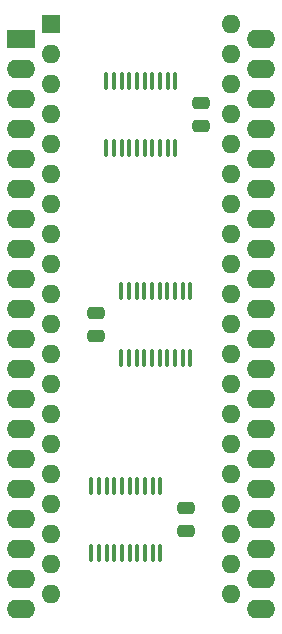
<source format=gbs>
G04 #@! TF.GenerationSoftware,KiCad,Pcbnew,(6.0.9)*
G04 #@! TF.CreationDate,2024-11-23T18:31:41+01:00*
G04 #@! TF.ProjectId,Sombrero_MSX_Goa'uld,536f6d62-7265-4726-9f5f-4d53585f476f,rev?*
G04 #@! TF.SameCoordinates,Original*
G04 #@! TF.FileFunction,Soldermask,Bot*
G04 #@! TF.FilePolarity,Negative*
%FSLAX46Y46*%
G04 Gerber Fmt 4.6, Leading zero omitted, Abs format (unit mm)*
G04 Created by KiCad (PCBNEW (6.0.9)) date 2024-11-23 18:31:41*
%MOMM*%
%LPD*%
G01*
G04 APERTURE LIST*
G04 Aperture macros list*
%AMRoundRect*
0 Rectangle with rounded corners*
0 $1 Rounding radius*
0 $2 $3 $4 $5 $6 $7 $8 $9 X,Y pos of 4 corners*
0 Add a 4 corners polygon primitive as box body*
4,1,4,$2,$3,$4,$5,$6,$7,$8,$9,$2,$3,0*
0 Add four circle primitives for the rounded corners*
1,1,$1+$1,$2,$3*
1,1,$1+$1,$4,$5*
1,1,$1+$1,$6,$7*
1,1,$1+$1,$8,$9*
0 Add four rect primitives between the rounded corners*
20,1,$1+$1,$2,$3,$4,$5,0*
20,1,$1+$1,$4,$5,$6,$7,0*
20,1,$1+$1,$6,$7,$8,$9,0*
20,1,$1+$1,$8,$9,$2,$3,0*%
G04 Aperture macros list end*
%ADD10R,2.400000X1.600000*%
%ADD11O,2.400000X1.600000*%
%ADD12R,1.600000X1.600000*%
%ADD13O,1.600000X1.600000*%
%ADD14RoundRect,0.100000X-0.100000X0.637500X-0.100000X-0.637500X0.100000X-0.637500X0.100000X0.637500X0*%
%ADD15RoundRect,0.250000X-0.475000X0.250000X-0.475000X-0.250000X0.475000X-0.250000X0.475000X0.250000X0*%
%ADD16RoundRect,0.100000X0.100000X-0.637500X0.100000X0.637500X-0.100000X0.637500X-0.100000X-0.637500X0*%
G04 APERTURE END LIST*
D10*
X137160000Y-77470000D03*
D11*
X137160000Y-80010000D03*
X137160000Y-82550000D03*
X137160000Y-85090000D03*
X137160000Y-87630000D03*
X137160000Y-90170000D03*
X137160000Y-92710000D03*
X137160000Y-95250000D03*
X137160000Y-97790000D03*
X137160000Y-100330000D03*
X137160000Y-102870000D03*
X137160000Y-105410000D03*
X137160000Y-107950000D03*
X137160000Y-110490000D03*
X137160000Y-113030000D03*
X137160000Y-115570000D03*
X137160000Y-118110000D03*
X137160000Y-120650000D03*
X137160000Y-123190000D03*
X137160000Y-125730000D03*
X157480000Y-125730000D03*
X157480000Y-123190000D03*
X157480000Y-120650000D03*
X157480000Y-118110000D03*
X157480000Y-115570000D03*
X157480000Y-113030000D03*
X157480000Y-110490000D03*
X157480000Y-107950000D03*
X157480000Y-105410000D03*
X157480000Y-102870000D03*
X157480000Y-100330000D03*
X157480000Y-97790000D03*
X157480000Y-95250000D03*
X157480000Y-92710000D03*
X157480000Y-90170000D03*
X157480000Y-87630000D03*
X157480000Y-85090000D03*
X157480000Y-82550000D03*
X157480000Y-80010000D03*
X157480000Y-77470000D03*
D12*
X139710000Y-76200000D03*
D13*
X139710000Y-78740000D03*
X139710000Y-81280000D03*
X139710000Y-83820000D03*
X139710000Y-86360000D03*
X139710000Y-88900000D03*
X139710000Y-91440000D03*
X139710000Y-93980000D03*
X139710000Y-96520000D03*
X139710000Y-99060000D03*
X139710000Y-101600000D03*
X139710000Y-104140000D03*
X139710000Y-106680000D03*
X139710000Y-109220000D03*
X139710000Y-111760000D03*
X139710000Y-114300000D03*
X139710000Y-116840000D03*
X139710000Y-119380000D03*
X139710000Y-121920000D03*
X139710000Y-124460000D03*
X154950000Y-124460000D03*
X154950000Y-121920000D03*
X154950000Y-119380000D03*
X154950000Y-116840000D03*
X154950000Y-114300000D03*
X154950000Y-111760000D03*
X154950000Y-109220000D03*
X154950000Y-106680000D03*
X154950000Y-104140000D03*
X154950000Y-101600000D03*
X154950000Y-99060000D03*
X154950000Y-96520000D03*
X154950000Y-93980000D03*
X154950000Y-91440000D03*
X154950000Y-88900000D03*
X154950000Y-86360000D03*
X154950000Y-83820000D03*
X154950000Y-81280000D03*
X154950000Y-78740000D03*
X154950000Y-76200000D03*
D14*
X145665000Y-98737500D03*
X146315000Y-98737500D03*
X146965000Y-98737500D03*
X147615000Y-98737500D03*
X148265000Y-98737500D03*
X148915000Y-98737500D03*
X149565000Y-98737500D03*
X150215000Y-98737500D03*
X150865000Y-98737500D03*
X151515000Y-98737500D03*
X151515000Y-104462500D03*
X150865000Y-104462500D03*
X150215000Y-104462500D03*
X149565000Y-104462500D03*
X148915000Y-104462500D03*
X148265000Y-104462500D03*
X147615000Y-104462500D03*
X146965000Y-104462500D03*
X146315000Y-104462500D03*
X145665000Y-104462500D03*
D15*
X151130000Y-117160000D03*
X151130000Y-119060000D03*
D16*
X148975000Y-120972500D03*
X148325000Y-120972500D03*
X147675000Y-120972500D03*
X147025000Y-120972500D03*
X146375000Y-120972500D03*
X145725000Y-120972500D03*
X145075000Y-120972500D03*
X144425000Y-120972500D03*
X143775000Y-120972500D03*
X143125000Y-120972500D03*
X143125000Y-115247500D03*
X143775000Y-115247500D03*
X144425000Y-115247500D03*
X145075000Y-115247500D03*
X145725000Y-115247500D03*
X146375000Y-115247500D03*
X147025000Y-115247500D03*
X147675000Y-115247500D03*
X148325000Y-115247500D03*
X148975000Y-115247500D03*
D15*
X143510000Y-100650000D03*
X143510000Y-102550000D03*
X152400000Y-82870000D03*
X152400000Y-84770000D03*
D16*
X150245000Y-86682500D03*
X149595000Y-86682500D03*
X148945000Y-86682500D03*
X148295000Y-86682500D03*
X147645000Y-86682500D03*
X146995000Y-86682500D03*
X146345000Y-86682500D03*
X145695000Y-86682500D03*
X145045000Y-86682500D03*
X144395000Y-86682500D03*
X144395000Y-80957500D03*
X145045000Y-80957500D03*
X145695000Y-80957500D03*
X146345000Y-80957500D03*
X146995000Y-80957500D03*
X147645000Y-80957500D03*
X148295000Y-80957500D03*
X148945000Y-80957500D03*
X149595000Y-80957500D03*
X150245000Y-80957500D03*
M02*

</source>
